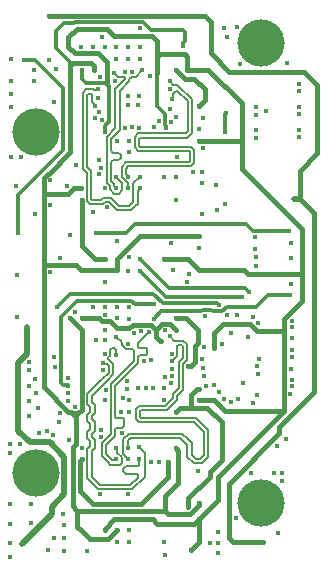
<source format=gbr>
G04*
G04 #@! TF.GenerationSoftware,Altium Limited,Altium Designer,24.9.1 (31)*
G04*
G04 Layer_Physical_Order=4*
G04 Layer_Color=15254943*
%FSLAX44Y44*%
%MOMM*%
G71*
G04*
G04 #@! TF.SameCoordinates,B0B6A01D-2D76-4B53-9768-4341F4B449A0*
G04*
G04*
G04 #@! TF.FilePolarity,Positive*
G04*
G01*
G75*
%ADD49C,0.3200*%
%ADD50C,0.4000*%
%ADD51C,0.3000*%
%ADD54C,0.5000*%
%ADD56C,4.0000*%
%ADD57C,0.4000*%
%ADD58C,0.1600*%
D49*
X173400Y213100D02*
X174600Y211900D01*
X182688D02*
X186788Y216000D01*
X165888Y213100D02*
X173400D01*
X164788Y212000D02*
X165888Y213100D01*
X174600Y211900D02*
X182688D01*
X130757Y212000D02*
X164788D01*
X149000Y437000D02*
Y439000D01*
X150900Y440900D01*
Y448226D01*
X122113Y450100D02*
X149025D01*
X150900Y448226D01*
X115112Y457100D02*
X122113Y450100D01*
X110688Y456900D02*
X110887Y457100D01*
X115112D01*
X56970Y456000D02*
X57870Y456900D01*
X49000Y456000D02*
X56970D01*
X57870Y456900D02*
X110688D01*
X42000Y434817D02*
Y449000D01*
X49000Y456000D01*
X42000Y434817D02*
X53447Y423369D01*
Y416753D02*
X53600Y416600D01*
X53447Y416753D02*
Y423369D01*
X186100Y379784D02*
Y380000D01*
X185000Y364216D02*
Y378684D01*
X186100Y379784D01*
X186788Y216000D02*
X211000D01*
X124379Y205621D02*
X130757Y212000D01*
X205000Y228000D02*
Y228000D01*
X201500Y231500D02*
X205000Y228000D01*
X137500Y231500D02*
X201500D01*
X135000Y224000D02*
X199000D01*
X113000Y246000D02*
X135000Y224000D01*
X113000Y256000D02*
X137500Y231500D01*
X221000Y226000D02*
X240000D01*
X211000Y216000D02*
X221000Y226000D01*
X132000Y219000D02*
X177784D01*
X124000Y227000D02*
X132000Y219000D01*
X177784D02*
X179783Y217000D01*
X180000D01*
X76000Y278000D02*
X101000D01*
X109000Y286000D02*
X203000D01*
X101000Y278000D02*
X109000Y286000D01*
X47874Y149249D02*
X52001D01*
X46000Y151123D02*
Y162788D01*
Y151123D02*
X47874Y149249D01*
X52001D02*
X52125Y149125D01*
X108813Y218000D02*
X125000D01*
X59941Y221100D02*
X105712D01*
X108813Y218000D01*
X203000Y286000D02*
X208900Y280100D01*
X238900D02*
X239000Y280000D01*
X208900Y280100D02*
X238900D01*
X46000Y167212D02*
Y207159D01*
X59941Y221100D01*
X46100Y162887D02*
Y167113D01*
X46000Y162788D02*
X46100Y162887D01*
X46000Y167212D02*
X46100Y167113D01*
X42756Y216046D02*
X53710Y227000D01*
X124000D01*
D50*
X122278Y200500D02*
X126412Y196366D01*
X106722Y200500D02*
X122278D01*
X104000Y197778D02*
X106722Y200500D01*
X93222Y197778D02*
X104000D01*
X87500Y203500D02*
X93222Y197778D01*
X80722Y203500D02*
X87500D01*
X78222Y206000D02*
X80722Y203500D01*
X63600Y206000D02*
X78222D01*
X53600D02*
X63500Y196100D01*
X188000Y49000D02*
Y65778D01*
Y20343D02*
Y49000D01*
Y20343D02*
X191343Y17000D01*
X188000Y65778D02*
X231000Y108778D01*
X93600Y256600D02*
X113000Y276000D01*
X163000D01*
X93600Y246600D02*
Y256600D01*
X138700Y201500D02*
X143600Y196600D01*
X131546Y201500D02*
X138700D01*
X143600Y196600D02*
Y196600D01*
X199000Y332500D02*
Y356600D01*
Y388000D01*
X163000Y356600D02*
X199000D01*
X51778Y311000D02*
X56778Y316000D01*
X31500Y251000D02*
Y311000D01*
Y325278D01*
Y311000D02*
X51778D01*
X63500Y128722D02*
Y196100D01*
X55722Y125500D02*
X60278D01*
X63500Y128722D01*
X56000Y91000D02*
Y96778D01*
X54200Y127000D02*
X58500Y122700D01*
X56000Y47000D02*
Y91000D01*
X31500Y147500D02*
X52000Y127000D01*
X54200D01*
X173000Y430314D02*
X188657Y414657D01*
X252000Y415000D02*
X263000Y404000D01*
X188657Y414657D02*
X189000Y415000D01*
X252000D01*
X53600Y346600D02*
Y356600D01*
X35500Y328500D02*
X53600Y346600D01*
X31500Y325278D02*
X34722Y328500D01*
X35500D01*
X53600Y356600D02*
Y416600D01*
X31500Y251000D02*
X58600D01*
X63000Y246600D01*
X31500Y147500D02*
Y251000D01*
X56000Y47000D02*
X60000Y43000D01*
X62000Y59778D02*
Y85000D01*
Y59778D02*
X72778Y49000D01*
X62000Y85000D02*
X63600Y86600D01*
X56000Y96778D02*
X58500Y99278D01*
Y122700D01*
X150657Y430000D02*
X153000Y427657D01*
Y416600D02*
Y427657D01*
X129343Y430000D02*
X150657D01*
X176000Y194000D02*
Y194000D01*
X153000Y416600D02*
X170400D01*
X199000Y388000D01*
X173000Y430314D02*
Y456657D01*
X117425Y462000D02*
X167657D01*
X36000D02*
X108575D01*
X117225Y462200D02*
X117425Y462000D01*
X108775Y462200D02*
X117225D01*
X108575Y462000D02*
X108775Y462200D01*
X78200Y451000D02*
X85000D01*
X91000Y445000D01*
X52248Y444066D02*
X59182Y451000D01*
X78200D01*
X53600Y416600D02*
Y419600D01*
X168000Y391000D02*
Y400000D01*
X150628Y408972D02*
X159028D01*
X168000Y400000D01*
X163000Y386000D02*
X168000Y391000D01*
X143000Y416600D02*
X150628Y408972D01*
X159500Y182278D02*
X162000Y184778D01*
X156000Y166000D02*
X159500Y169500D01*
X152000Y206000D02*
X162000Y196000D01*
X159500Y169500D02*
Y182278D01*
X162000Y184778D02*
Y196000D01*
X143000Y206000D02*
X152000D01*
X153600Y166000D02*
X156000D01*
X176000Y181000D02*
Y194000D01*
X234500Y205500D02*
X250000Y221000D01*
X234500Y195000D02*
Y205500D01*
X250000Y221000D02*
Y244000D01*
X201400Y246600D02*
X204000Y244000D01*
X250000D01*
Y281500D01*
X163000Y246600D02*
X201400D01*
X84750Y404750D02*
X85000Y405000D01*
X77500Y430500D02*
X85000Y423000D01*
Y405000D02*
Y423000D01*
X143000Y96000D02*
X145000Y94000D01*
X134000Y55389D02*
X145000Y66389D01*
Y94000D01*
X114000Y49000D02*
X137000Y72000D01*
Y84000D01*
X134000Y43000D02*
Y55389D01*
Y43000D02*
X137000Y40000D01*
X52248Y435752D02*
X57500Y430500D01*
X77500D01*
X52248Y435752D02*
Y444066D01*
X73600Y416600D02*
Y419657D01*
X71157Y422100D02*
X73600Y419657D01*
X56100Y422100D02*
X71157D01*
X91000Y445000D02*
X123000D01*
X127000Y441000D01*
Y427657D02*
Y441000D01*
X126412Y190588D02*
X130000Y187000D01*
X126412Y190588D02*
Y196366D01*
X131546Y201500D01*
X183000Y201000D02*
X206222D01*
X176000Y194000D02*
X183000Y201000D01*
X175400Y136600D02*
X184500Y127500D01*
X163000Y136600D02*
X175400D01*
X184500Y127500D02*
X234500D01*
X169800Y130200D02*
X182000Y118000D01*
Y86000D02*
Y118000D01*
X156800Y130200D02*
X169800D01*
X172000Y76000D02*
X182000Y86000D01*
X172000Y72000D02*
Y76000D01*
X143000Y126600D02*
X146600Y130200D01*
X156800D01*
X156000Y131000D02*
X156800Y130200D01*
X156000Y131000D02*
Y141457D01*
X161143Y146600D01*
X163000D01*
X153600Y53600D02*
X172000Y72000D01*
X153600Y46000D02*
Y53600D01*
X163000Y47622D02*
Y50000D01*
X155378Y40000D02*
X163000Y47622D01*
X137000Y40000D02*
X155378D01*
X60000Y43000D02*
X134000D01*
X123600Y36000D02*
X127600Y32000D01*
X91000Y36000D02*
X123600D01*
X159000Y32000D02*
X163000Y36000D01*
X127600Y32000D02*
X159000D01*
X163000Y16498D02*
Y36000D01*
X127000Y427657D02*
X129343Y430000D01*
X127000Y414000D02*
Y427657D01*
X53600Y419600D02*
X56100Y422100D01*
X56778Y316000D02*
X63000D01*
Y246600D02*
X93600D01*
X133000Y256000D02*
X153600D01*
X163000Y246600D01*
X63600Y267400D02*
Y306600D01*
Y267400D02*
X75000Y256000D01*
X83000D01*
X70600Y19000D02*
X86000D01*
X63000Y26600D02*
X70600Y19000D01*
X86000D02*
X93600Y26600D01*
X83000Y28000D02*
X91000Y36000D01*
X60000Y29600D02*
X63000Y26600D01*
X60000Y29600D02*
Y43000D01*
X72778Y49000D02*
X114000D01*
X199000Y332500D02*
X250000Y281500D01*
X130000Y187000D02*
X131000D01*
X234500Y127500D02*
Y195000D01*
X212222D02*
X234500D01*
X206222Y201000D02*
X212222Y195000D01*
X179000Y72000D02*
X234500Y127500D01*
X231000Y114278D02*
X260000Y143278D01*
X231000Y108778D02*
Y114278D01*
X163000Y36000D02*
X179000Y52000D01*
Y72000D01*
X156003Y9501D02*
X163000Y16498D01*
X260000Y143278D02*
Y295000D01*
X167657Y462000D02*
X173000Y456657D01*
X248000Y307000D02*
Y331000D01*
X263000Y346000D01*
X248000Y307000D02*
X260000Y295000D01*
X191343Y17000D02*
X217000D01*
X263000Y346000D02*
Y404000D01*
X83000Y26600D02*
Y28000D01*
D51*
X24000Y425000D02*
X48000Y401000D01*
X15000Y425000D02*
X24000D01*
X48000Y348849D02*
Y401000D01*
X10000Y310849D02*
X48000Y348849D01*
X10000Y278000D02*
Y310849D01*
X84500Y405000D02*
X84750Y404750D01*
X67000Y405000D02*
X84500D01*
X86500Y372500D02*
Y403000D01*
X84750Y404750D02*
X86500Y403000D01*
X63600Y408400D02*
X67000Y405000D01*
X63600Y408400D02*
Y416600D01*
X83000Y364000D02*
Y368929D01*
X86000Y372000D02*
X86500Y372500D01*
X86000Y371929D02*
Y372000D01*
X83000Y368929D02*
X86000Y371929D01*
X127000Y386000D02*
X134000Y379000D01*
Y369929D02*
Y379000D01*
X127000Y386000D02*
Y414000D01*
X134000Y369929D02*
X134809Y369120D01*
Y367191D02*
Y369120D01*
Y367191D02*
X135000Y367000D01*
D54*
X243000Y307000D02*
X248000D01*
X19750Y22000D02*
X19750D01*
X38000Y40250D02*
Y46000D01*
X19750Y22000D02*
X38000Y40250D01*
X12750Y15000D02*
X19750Y22000D01*
X38000Y46000D02*
X49000Y57000D01*
Y89000D01*
X37000Y101000D02*
X49000Y89000D01*
X10000Y111000D02*
X20000Y101000D01*
X37000D01*
X10000Y111000D02*
Y168485D01*
X17250Y175735D01*
Y199000D01*
D56*
X215000Y439000D02*
D03*
X25000Y75000D02*
D03*
X215000Y50000D02*
D03*
X25000Y364000D02*
D03*
D57*
X63600Y206000D02*
D03*
X49000Y31000D02*
D03*
Y20000D02*
D03*
X12000Y343000D02*
D03*
X4000Y385000D02*
D03*
Y407000D02*
D03*
X23000D02*
D03*
Y416000D02*
D03*
X4000Y426000D02*
D03*
X195000Y453000D02*
D03*
X198000Y421000D02*
D03*
X194000Y37000D02*
D03*
X179000Y25000D02*
D03*
Y16000D02*
D03*
X172000D02*
D03*
X226000Y75000D02*
D03*
X233000Y68000D02*
D03*
X34492Y111070D02*
D03*
X3000Y92000D02*
D03*
Y100000D02*
D03*
X11000D02*
D03*
X3000Y4000D02*
D03*
Y16000D02*
D03*
Y32000D02*
D03*
X20681Y32660D02*
D03*
X21000Y49000D02*
D03*
X3000D02*
D03*
X188000D02*
D03*
X243000Y307000D02*
D03*
X133600Y16600D02*
D03*
X140000Y176000D02*
D03*
X93600Y216000D02*
D03*
X116000Y170000D02*
D03*
X122150Y171150D02*
D03*
X79998Y111500D02*
D03*
X103000Y387000D02*
D03*
Y394000D02*
D03*
X78000Y328000D02*
D03*
X165000Y321000D02*
D03*
Y330000D02*
D03*
X104000Y258000D02*
D03*
X133000Y326000D02*
D03*
X76000Y188000D02*
D03*
X140000Y157000D02*
D03*
X122000Y84000D02*
D03*
X230000Y24000D02*
D03*
X207000Y75000D02*
D03*
X233000D02*
D03*
X241000Y235000D02*
D03*
Y257000D02*
D03*
Y270000D02*
D03*
X140000Y170000D02*
D03*
Y163000D02*
D03*
X143000Y376500D02*
D03*
X187000Y444000D02*
D03*
X166000Y350000D02*
D03*
X59000Y336000D02*
D03*
X80000Y333000D02*
D03*
X37000Y302000D02*
D03*
X54000Y277000D02*
D03*
X93300Y271300D02*
D03*
X58300Y211300D02*
D03*
X168000Y208000D02*
D03*
X98000Y109000D02*
D03*
X83916Y145595D02*
D03*
X58000Y131000D02*
D03*
X141000Y247000D02*
D03*
X139000Y270000D02*
D03*
X154000Y244000D02*
D03*
X177000Y319000D02*
D03*
X158000Y330000D02*
D03*
X129000Y84000D02*
D03*
X112000Y394000D02*
D03*
X111000Y387000D02*
D03*
X4000Y396000D02*
D03*
Y343000D02*
D03*
X237000Y422000D02*
D03*
X220000Y382000D02*
D03*
X240000Y142000D02*
D03*
X242000Y189000D02*
D03*
X241000Y163000D02*
D03*
X49000Y9000D02*
D03*
X40000Y20000D02*
D03*
X35000Y10000D02*
D03*
X68000Y9000D02*
D03*
X179000Y7000D02*
D03*
X134000Y6000D02*
D03*
X184000Y452000D02*
D03*
X15000Y425000D02*
D03*
X10000Y278000D02*
D03*
X37000Y245000D02*
D03*
X24000Y294000D02*
D03*
X12750Y15000D02*
D03*
X56000Y91000D02*
D03*
X17250Y199000D02*
D03*
X165500Y294000D02*
D03*
X178000Y298000D02*
D03*
X124379Y205621D02*
D03*
X149000Y437000D02*
D03*
X184909Y302955D02*
D03*
X185000Y364000D02*
D03*
X186100Y380000D02*
D03*
X40000Y389000D02*
D03*
X210784Y258000D02*
D03*
X211000Y250000D02*
D03*
X199000Y224000D02*
D03*
X205000Y228000D02*
D03*
X137000Y84000D02*
D03*
X103600Y126600D02*
D03*
Y136600D02*
D03*
X78200Y451000D02*
D03*
X73000Y296000D02*
D03*
X54200Y127000D02*
D03*
X125000Y218000D02*
D03*
X163000Y50000D02*
D03*
X166000Y376000D02*
D03*
X36000Y425000D02*
D03*
X42000Y417000D02*
D03*
X239000Y280000D02*
D03*
X240000Y226000D02*
D03*
X180000Y217000D02*
D03*
X162006Y76904D02*
D03*
X42756Y216046D02*
D03*
X41000Y165000D02*
D03*
X40000Y173000D02*
D03*
X45000Y126000D02*
D03*
X26875Y129875D02*
D03*
X8500Y207500D02*
D03*
X9000Y243000D02*
D03*
X229000Y98000D02*
D03*
X236500Y104000D02*
D03*
X39000Y107000D02*
D03*
X25000Y143000D02*
D03*
X24000Y155000D02*
D03*
X36000Y462000D02*
D03*
X217000Y17000D02*
D03*
X248000Y307000D02*
D03*
X144000Y343000D02*
D03*
X140000Y392000D02*
D03*
X103000Y316000D02*
D03*
X127000Y414000D02*
D03*
X103000Y436000D02*
D03*
X138000Y400000D02*
D03*
X112000Y97000D02*
D03*
Y87000D02*
D03*
X180000Y143595D02*
D03*
X200000Y151000D02*
D03*
X212000Y141000D02*
D03*
X209000Y134000D02*
D03*
X83000Y209000D02*
D03*
X97000Y127000D02*
D03*
X98204Y138204D02*
D03*
X138000Y407000D02*
D03*
X190000Y135000D02*
D03*
X83000Y364000D02*
D03*
X75000Y376000D02*
D03*
X81000Y374000D02*
D03*
X93000Y175000D02*
D03*
X80000Y106000D02*
D03*
X82000Y162000D02*
D03*
X78000Y340000D02*
D03*
X163000Y36000D02*
D03*
X153600Y46000D02*
D03*
X156003Y9501D02*
D03*
X123600Y36000D02*
D03*
X19000Y169000D02*
D03*
X113000Y452000D02*
D03*
X81000Y444000D02*
D03*
X120211Y194790D02*
D03*
X134000Y196000D02*
D03*
X82000Y168000D02*
D03*
X138000Y191000D02*
D03*
X134000Y156000D02*
D03*
X52000Y143000D02*
D03*
X53000Y103000D02*
D03*
X27000Y109000D02*
D03*
X45000Y257000D02*
D03*
X135000Y367000D02*
D03*
X91000Y414000D02*
D03*
X78000Y381000D02*
D03*
X103000Y57000D02*
D03*
X79000D02*
D03*
X76000Y278000D02*
D03*
X85000Y300000D02*
D03*
X51000Y318000D02*
D03*
X113000Y246000D02*
D03*
X48000Y40000D02*
D03*
X210000Y265000D02*
D03*
Y275000D02*
D03*
X37000Y323000D02*
D03*
X8000Y318000D02*
D03*
X18875Y162125D02*
D03*
X52125Y155625D02*
D03*
Y149125D02*
D03*
X52000Y136000D02*
D03*
X44000Y118000D02*
D03*
X18875Y123125D02*
D03*
Y136125D02*
D03*
Y149125D02*
D03*
X247125Y359375D02*
D03*
Y365875D02*
D03*
Y378875D02*
D03*
Y385375D02*
D03*
Y398375D02*
D03*
Y404875D02*
D03*
X210875Y359125D02*
D03*
Y365625D02*
D03*
Y378625D02*
D03*
X211000Y385000D02*
D03*
X242000Y154000D02*
D03*
Y148500D02*
D03*
Y179000D02*
D03*
Y173500D02*
D03*
Y204000D02*
D03*
Y198500D02*
D03*
X100000Y367000D02*
D03*
X112000D02*
D03*
X131000Y187000D02*
D03*
X108000Y194000D02*
D03*
X83000Y196000D02*
D03*
X195000Y209000D02*
D03*
X169000Y149000D02*
D03*
X166000Y164000D02*
D03*
X165000Y172000D02*
D03*
X167000Y182000D02*
D03*
X176000Y181000D02*
D03*
X93000Y190000D02*
D03*
X139000Y151000D02*
D03*
X133000Y147000D02*
D03*
X102000Y153000D02*
D03*
Y146000D02*
D03*
X103300Y205700D02*
D03*
X103600Y216000D02*
D03*
X93600Y206000D02*
D03*
X83600Y216000D02*
D03*
X113000Y256000D02*
D03*
X93000Y96600D02*
D03*
Y86600D02*
D03*
X103000Y96600D02*
D03*
Y86600D02*
D03*
X113000Y426000D02*
D03*
X103000D02*
D03*
X113000Y436000D02*
D03*
X93000Y426000D02*
D03*
Y436000D02*
D03*
X153600Y166000D02*
D03*
X184000Y138000D02*
D03*
X213000Y159000D02*
D03*
X214000Y172000D02*
D03*
X209000Y207000D02*
D03*
X213000Y202000D02*
D03*
X187000Y209000D02*
D03*
X114000Y195000D02*
D03*
X83000Y176000D02*
D03*
X103000Y184000D02*
D03*
X83000Y188000D02*
D03*
X79000Y410000D02*
D03*
X92000Y407000D02*
D03*
X115000Y416000D02*
D03*
X121000Y411000D02*
D03*
X75000Y386000D02*
D03*
X129000Y373000D02*
D03*
X125000Y368000D02*
D03*
X139000Y372000D02*
D03*
X138000Y383000D02*
D03*
X153000Y416600D02*
D03*
X143000D02*
D03*
X113000Y326000D02*
D03*
Y316000D02*
D03*
X103000Y326000D02*
D03*
X93000Y316000D02*
D03*
Y326000D02*
D03*
X63000Y26600D02*
D03*
X93600Y16600D02*
D03*
Y26600D02*
D03*
X83000D02*
D03*
X103600Y16600D02*
D03*
Y26600D02*
D03*
X63600Y86600D02*
D03*
Y96600D02*
D03*
X143000Y96000D02*
D03*
X163000Y146600D02*
D03*
Y136600D02*
D03*
X143000Y126600D02*
D03*
X83600Y136600D02*
D03*
X133000D02*
D03*
X163000Y246600D02*
D03*
X143600Y196600D02*
D03*
X143000Y206000D02*
D03*
X73000Y216000D02*
D03*
X53600Y206000D02*
D03*
X163000Y276000D02*
D03*
Y266000D02*
D03*
X83000Y236600D02*
D03*
Y256000D02*
D03*
X63000Y246600D02*
D03*
X93600D02*
D03*
X103000Y246000D02*
D03*
X153000Y236600D02*
D03*
X133000Y256000D02*
D03*
X143600Y326000D02*
D03*
Y306600D02*
D03*
X83000Y316000D02*
D03*
X63600Y306600D02*
D03*
X63000Y316000D02*
D03*
X163000Y386000D02*
D03*
Y366600D02*
D03*
Y356600D02*
D03*
X103600Y346600D02*
D03*
Y356600D02*
D03*
X93600D02*
D03*
X53600D02*
D03*
X63000Y436000D02*
D03*
X73000Y436000D02*
D03*
X83000D02*
D03*
X53600Y416600D02*
D03*
X63600D02*
D03*
X73600Y416600D02*
D03*
X212000Y166000D02*
D03*
X196000Y138000D02*
D03*
X176000Y150000D02*
D03*
X167000Y157000D02*
D03*
X182057Y183943D02*
D03*
X204000Y190000D02*
D03*
X190000Y194000D02*
D03*
X124000Y147000D02*
D03*
X118000D02*
D03*
X111000D02*
D03*
X106000Y368000D02*
D03*
X77000Y393000D02*
D03*
X77600Y400000D02*
D03*
X106000Y415000D02*
D03*
X100000D02*
D03*
D58*
X88394Y348600D02*
G03*
X91194Y345800I2800J0D01*
G01*
X94357Y340200D02*
G03*
X94357Y345800I0J2800D01*
G01*
X91194Y340200D02*
G03*
X88394Y337400I0J-2800D01*
G01*
X92000Y149081D02*
X111426Y168507D01*
Y173426D01*
X88400Y108319D02*
Y150572D01*
X92000Y122937D02*
Y149081D01*
X88400Y150572D02*
X107825Y169998D01*
X118063Y181000D02*
X119000Y180063D01*
Y175937D02*
Y180063D01*
X107825Y169998D02*
Y178763D01*
X101219Y179700D02*
X106888D01*
X107825Y178763D01*
X111000Y182000D02*
Y185579D01*
X118063Y175000D02*
X119000Y175937D01*
X111426Y173426D02*
X113000Y175000D01*
X118063D01*
X112000Y181000D02*
X118063D01*
X111000Y185579D02*
X120211Y194790D01*
X111000Y182000D02*
X112000Y181000D01*
X88394Y348600D02*
Y354000D01*
X91194Y345800D02*
X94357D01*
X91194Y340200D02*
X94357D01*
X88394Y331000D02*
Y337400D01*
Y354000D02*
Y358222D01*
Y322303D02*
Y331000D01*
X93000Y325465D02*
X97763Y320703D01*
X99490Y410700D02*
X100427Y409763D01*
Y408437D02*
Y409763D01*
X84794Y320812D02*
Y359713D01*
X90900Y318137D02*
X93000Y316037D01*
X87300Y315619D02*
X91219Y311700D01*
X92100Y367019D02*
Y400110D01*
X94300Y410700D02*
X99490D01*
X90900Y318137D02*
Y319797D01*
X91000Y414000D02*
X94300Y410700D01*
X92100Y400110D02*
X100427Y408437D01*
X95700Y398619D02*
X104027Y406946D01*
X91219Y311700D02*
X94781D01*
X84794Y359713D02*
X92100Y367019D01*
X93000Y325465D02*
Y326000D01*
X87300Y315619D02*
Y318306D01*
X94781Y311700D02*
X97763Y314682D01*
X104027Y408576D02*
X106152Y410700D01*
X97763Y314682D02*
Y320703D01*
X93000Y316000D02*
Y316037D01*
X84794Y320812D02*
X87300Y318306D01*
X104027Y406946D02*
Y408576D01*
X88394Y358222D02*
X95700Y365528D01*
X88394Y322303D02*
X90900Y319797D01*
X106152Y410700D02*
X109700D01*
X95700Y365528D02*
Y398619D01*
X109700Y410700D02*
X115000Y416000D01*
X92000Y122937D02*
X92937Y122000D01*
X99500Y114937D02*
Y121063D01*
X92937Y122000D02*
X98563D01*
X99500Y121063D01*
X92000Y106828D02*
Y112363D01*
X92937Y113300D01*
X97863D01*
X99500Y114937D01*
X103000Y96637D02*
Y102828D01*
X105118Y104946D01*
X98700Y91435D02*
X103000Y87135D01*
Y86600D02*
Y87135D01*
X98700Y91435D02*
Y103619D01*
X103627Y108546D01*
X148546D01*
X105118Y104946D02*
X147054D01*
X84000Y98828D02*
X92000Y106828D01*
X71500Y307237D02*
Y330500D01*
X64400Y332509D02*
Y396954D01*
X67900Y305746D02*
Y329009D01*
X66509Y330400D02*
X66509D01*
X64400Y332509D02*
X66509Y330400D01*
X66509D02*
X67900Y329009D01*
X68000Y334000D02*
Y395463D01*
X68000Y334000D02*
X71500Y330500D01*
X68000Y334000D02*
X68000D01*
X156600Y90400D02*
X160000Y87000D01*
X158509Y83400D02*
X165400D01*
X156600Y90400D02*
Y100491D01*
X153000Y88909D02*
X158509Y83400D01*
X153000Y88909D02*
Y99000D01*
X111446Y362700D02*
X151563D01*
X112937Y359100D02*
X153054D01*
X170600Y88600D02*
Y111400D01*
X160400Y121600D02*
X170600Y111400D01*
X158909Y118000D02*
X167000Y109909D01*
Y90091D02*
Y109909D01*
X109400Y121046D02*
Y128954D01*
X113937Y121600D02*
X160400D01*
X113000Y122537D02*
X113937Y121600D01*
X109400Y121046D02*
X112446Y118000D01*
X158909D01*
X70946Y302700D02*
X81619D01*
X67900Y305746D02*
X70946Y302700D01*
X72437Y306300D02*
X80128D01*
X71500Y307237D02*
X72437Y306300D01*
X163909Y87000D02*
X167000Y90091D01*
X160000Y87000D02*
X163909D01*
X165400Y83400D02*
X170600Y88600D01*
X147054Y104946D02*
X153000Y99000D01*
X148546Y108546D02*
X153546Y103546D01*
X153546D02*
X156600Y100491D01*
X153546Y103546D02*
X153546D01*
X98163Y78163D02*
X101000Y81000D01*
X111522D02*
X112459Y81937D01*
Y86541D01*
X101000Y81000D02*
X111522D01*
X101000Y74000D02*
X110063D01*
X98163Y76837D02*
X101000Y74000D01*
X98163Y76837D02*
Y78163D01*
X116840Y71840D02*
Y92160D01*
X106300Y61300D02*
X116840Y71840D01*
X112000Y87000D02*
X112459Y86541D01*
X111000Y71091D02*
Y73063D01*
X112000Y97000D02*
X116840Y92160D01*
X79191Y64900D02*
X104809D01*
X77700Y61300D02*
X106300D01*
X110063Y74000D02*
X111000Y73063D01*
X104809Y64900D02*
X111000Y71091D01*
X73254Y400000D02*
X74137Y399117D01*
X64400Y396954D02*
X67446Y400000D01*
X74137Y399117D02*
X75463D01*
X75887Y399541D02*
X77141D01*
X67446Y400000D02*
X73254D01*
X75463Y399117D02*
X75887Y399541D01*
X77141D02*
X77600Y400000D01*
X68000Y395463D02*
X68937Y396400D01*
X71763D01*
X72700Y395463D01*
Y388949D02*
X75000Y386649D01*
X72700Y388949D02*
Y395463D01*
X112937Y351363D02*
X155954D01*
Y334788D02*
X159000Y337834D01*
X154463Y338388D02*
X155400Y339325D01*
X101297Y338388D02*
X154463D01*
X155400Y339325D02*
Y346825D01*
X102788Y334788D02*
X155954D01*
X154463Y347763D02*
X155400Y346825D01*
X155954Y351363D02*
X159000Y348317D01*
X111446Y347763D02*
X154463D01*
X159000Y337834D02*
Y348317D01*
X108400Y350809D02*
Y359654D01*
X112000Y352300D02*
X112937Y351363D01*
X108400Y350809D02*
X111446Y347763D01*
X112000Y352300D02*
Y358163D01*
X112937Y359100D01*
X108400Y359654D02*
X111446Y362700D01*
X157000Y363046D02*
Y391338D01*
X153400Y364537D02*
Y389846D01*
X151563Y362700D02*
X153400Y364537D01*
X153054Y359100D02*
X157000Y363046D01*
X100900Y332900D02*
X102788Y334788D01*
X97300Y334391D02*
X101297Y338388D01*
X97300Y325549D02*
Y334391D01*
X144334Y404003D02*
X157000Y391338D01*
X144327Y398920D02*
X153400Y389846D01*
X95063Y301109D02*
X104018D01*
X93572Y297509D02*
X105509D01*
X88272Y307900D02*
X95063Y301109D01*
X104018D02*
X107300Y304391D01*
X86781Y304300D02*
X93572Y297509D01*
X105509D02*
X108791Y300791D01*
X107300Y304391D02*
Y320300D01*
X108791Y300791D02*
X108791D01*
X107300Y304391D02*
X107300D01*
X108791Y300791D02*
X110900Y302900D01*
Y313863D01*
X83219Y304300D02*
X86781D01*
X81728Y307900D02*
X88272D01*
X81619Y302700D02*
X83219Y304300D01*
X80128Y306300D02*
X81728Y307900D01*
X100900Y328137D02*
Y332900D01*
X143001Y398920D02*
X144327D01*
X140459Y396378D02*
X143001Y398920D01*
X140000Y392000D02*
X140459Y392459D01*
Y396378D01*
X102541Y316459D02*
X103000Y316000D01*
X102541Y316459D02*
Y320309D01*
X97300Y325549D02*
X102541Y320309D01*
X110900Y313863D02*
X113000Y315963D01*
Y316000D01*
X107300Y320300D02*
X113000Y326000D01*
X86421Y160069D02*
Y166081D01*
X84762Y167740D02*
X86421Y166081D01*
X86000Y171593D02*
X90021Y167572D01*
X82000Y168000D02*
X82260Y167740D01*
X84762D01*
X86000Y171593D02*
Y172919D01*
X84598Y153154D02*
X90021Y158578D01*
Y167572D01*
X86000Y172919D02*
X87300Y174219D01*
X87203Y177878D02*
X87300Y177781D01*
Y174219D02*
Y177781D01*
X87203Y179203D02*
X89000Y181000D01*
X87203Y177878D02*
Y179203D01*
X91000Y181000D02*
X93000Y179000D01*
X89000Y181000D02*
X91000D01*
X93000Y175000D02*
Y179000D01*
X68400Y84000D02*
Y95432D01*
X70940Y97972D01*
Y101972D01*
X68400Y104512D02*
X70940Y101972D01*
X68400Y104512D02*
Y110003D01*
X70940Y112543D01*
Y116543D01*
X68400Y119083D02*
X70940Y116543D01*
X68400Y119083D02*
Y124574D01*
X70940Y127114D01*
Y131114D01*
X68400Y133654D02*
X70940Y131114D01*
X68400Y133654D02*
Y137000D01*
X72000Y84000D02*
Y93941D01*
X74540Y96481D01*
Y103463D01*
X72000Y106003D02*
X74540Y103463D01*
X72000Y106003D02*
Y108512D01*
X74540Y111052D01*
Y118034D01*
X72000Y120574D02*
X74540Y118034D01*
X72000Y120574D02*
Y123083D01*
X74540Y125623D01*
Y132606D01*
X72000Y135146D02*
X74540Y132606D01*
X72000Y135146D02*
Y137000D01*
X68400Y70600D02*
Y84000D01*
Y137000D02*
Y142047D01*
X72000Y72091D02*
Y84000D01*
Y137000D02*
Y140556D01*
X68400Y70600D02*
X77700Y61300D01*
X72000Y72091D02*
X79191Y64900D01*
X80998Y154646D02*
X86421Y160069D01*
X84598Y153154D02*
Y153154D01*
X80998Y154646D02*
Y154646D01*
X72000Y140556D02*
X84598Y153154D01*
X152600Y171081D02*
Y184106D01*
X149554Y187152D02*
X152600Y184106D01*
X148063Y183552D02*
X149000Y182614D01*
X144300Y174219D02*
Y182614D01*
X141848Y187152D02*
X149554D01*
X145237Y183552D02*
X148063D01*
X149000Y172572D02*
Y182614D01*
X144300D02*
X145237Y183552D01*
X138000Y191000D02*
X141848Y187152D01*
X149300Y167781D02*
X152600Y171081D01*
X145700Y169272D02*
X149000Y172572D01*
X145700Y146791D02*
Y169272D01*
X149300Y145300D02*
Y167781D01*
X109400Y128954D02*
X112446Y132000D01*
X113000Y122537D02*
Y127463D01*
X113937Y128400D01*
X135972D01*
X112446Y132000D02*
X134481D01*
X80400Y89600D02*
Y100319D01*
Y89600D02*
X85853Y84147D01*
X89191Y85900D02*
X90863D01*
X84000Y91091D02*
Y98828D01*
X93459Y92291D02*
X97349Y88401D01*
Y83937D02*
Y88401D01*
X87700Y82300D02*
X95712D01*
X97349Y83937D01*
X92541Y86141D02*
X93000Y86600D01*
X85853Y84147D02*
X85853D01*
X84000Y91091D02*
X87344Y87747D01*
X85853Y84147D02*
X87700Y82300D01*
X91103Y86141D02*
X92541D01*
X90863Y85900D02*
X91103Y86141D01*
X87344Y87747D02*
X89191Y85900D01*
X87344Y87747D02*
X87344D01*
X134481Y132000D02*
X140872Y138391D01*
X135972Y128400D02*
X144472Y136900D01*
X80400Y100319D02*
X88400Y108319D01*
X138000Y407000D02*
X138229D01*
X141226Y404003D01*
X144334D01*
X75000Y386000D02*
Y386649D01*
X93000Y96600D02*
X93459Y96141D01*
Y92291D02*
Y96141D01*
X68400Y142047D02*
X80998Y154646D01*
X144472Y140472D02*
X149300Y145300D01*
X140872Y141963D02*
X145700Y146791D01*
X140000Y170000D02*
X140081D01*
X144300Y174219D01*
X140872Y138391D02*
Y141963D01*
X144472Y136900D02*
Y140472D01*
X100900Y328137D02*
X103000Y326037D01*
Y326000D02*
Y326037D01*
X97339Y183580D02*
Y185661D01*
Y183580D02*
X101219Y179700D01*
X93000Y190000D02*
X97339Y185661D01*
M02*

</source>
